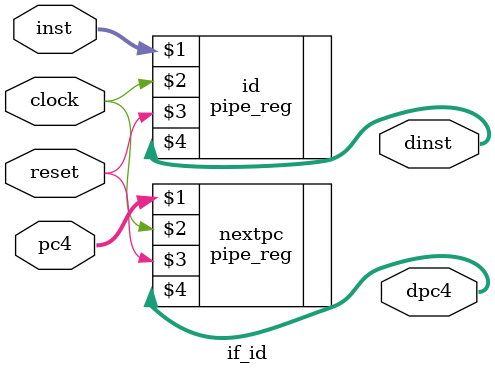
<source format=v>
`include "pipe_reg.v"
module if_id(pc4, inst, clock, reset, dpc4, dinst);
	input [31:0] pc4; 
    input [31:0] inst;  
    input 	clock;
    input 	reset;
	output [31:0] dpc4; 
	output [31:0] dinst;  

	pipe_reg nextpc(pc4,clock,reset,dpc4);
	pipe_reg id(inst,clock,reset,dinst);
endmodule
		
	    
	    
</source>
